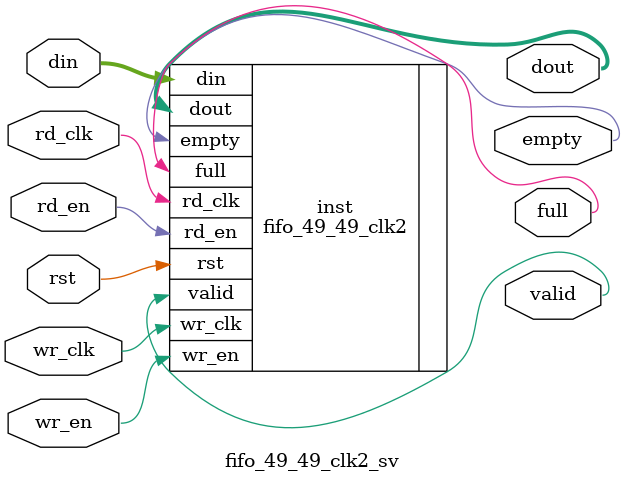
<source format=sv>


`timescale 1ps / 1ps

`include "vivado_interfaces.svh"

module fifo_49_49_clk2_sv (
  (* X_INTERFACE_IGNORE = "true" *)
  input wire rst,
  (* X_INTERFACE_IGNORE = "true" *)
  input wire wr_clk,
  (* X_INTERFACE_IGNORE = "true" *)
  input wire rd_clk,
  (* X_INTERFACE_IGNORE = "true" *)
  input wire [48:0] din,
  (* X_INTERFACE_IGNORE = "true" *)
  input wire wr_en,
  (* X_INTERFACE_IGNORE = "true" *)
  input wire rd_en,
  (* X_INTERFACE_IGNORE = "true" *)
  output wire [48:0] dout,
  (* X_INTERFACE_IGNORE = "true" *)
  output wire full,
  (* X_INTERFACE_IGNORE = "true" *)
  output wire empty,
  (* X_INTERFACE_IGNORE = "true" *)
  output wire valid
);

  fifo_49_49_clk2 inst (
    .rst(rst),
    .wr_clk(wr_clk),
    .rd_clk(rd_clk),
    .din(din),
    .wr_en(wr_en),
    .rd_en(rd_en),
    .dout(dout),
    .full(full),
    .empty(empty),
    .valid(valid)
  );

endmodule

</source>
